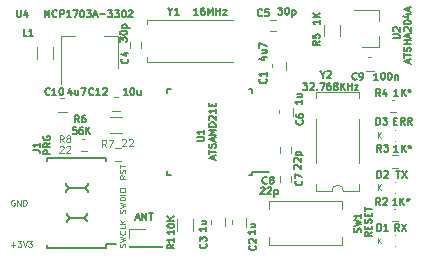
<source format=gto>
G04 #@! TF.GenerationSoftware,KiCad,Pcbnew,5.1.2-f72e74a~84~ubuntu16.04.1*
G04 #@! TF.CreationDate,2019-05-31T10:16:47+03:00*
G04 #@! TF.ProjectId,serial_gw_ATSAMD21E,73657269-616c-45f6-9777-5f415453414d,rev?*
G04 #@! TF.SameCoordinates,Original*
G04 #@! TF.FileFunction,Legend,Top*
G04 #@! TF.FilePolarity,Positive*
%FSLAX46Y46*%
G04 Gerber Fmt 4.6, Leading zero omitted, Abs format (unit mm)*
G04 Created by KiCad (PCBNEW 5.1.2-f72e74a~84~ubuntu16.04.1) date 2019-05-31 10:16:47*
%MOMM*%
%LPD*%
G04 APERTURE LIST*
%ADD10C,0.125000*%
%ADD11C,0.120000*%
%ADD12C,0.150000*%
%ADD13C,1.901140*%
%ADD14C,3.399740*%
%ADD15R,0.800000X1.000000*%
%ADD16R,1.000000X1.100000*%
%ADD17R,2.300000X1.700000*%
%ADD18R,1.400000X1.400000*%
%ADD19R,1.150000X1.600000*%
%ADD20R,0.900000X1.000000*%
%ADD21R,1.600000X1.150000*%
%ADD22R,1.000000X0.900000*%
%ADD23R,2.900000X1.670000*%
%ADD24R,1.300000X1.600000*%
%ADD25R,1.600000X1.300000*%
%ADD26R,2.400000X2.000000*%
%ADD27R,0.950000X2.000000*%
%ADD28R,2.000000X0.950000*%
%ADD29R,1.300000X1.200000*%
%ADD30C,1.150000*%
%ADD31C,0.100000*%
%ADD32R,2.400000X3.400000*%
%ADD33R,1.400000X1.900000*%
%ADD34R,3.900000X2.800000*%
G04 APERTURE END LIST*
D10*
X140369047Y-97726190D02*
X140369047Y-97226190D01*
X140654761Y-97726190D02*
X140440476Y-97440476D01*
X140654761Y-97226190D02*
X140369047Y-97511904D01*
X140369047Y-93226190D02*
X140369047Y-92726190D01*
X140654761Y-93226190D02*
X140440476Y-92940476D01*
X140654761Y-92726190D02*
X140369047Y-93011904D01*
X140369047Y-88826190D02*
X140369047Y-88326190D01*
X140654761Y-88826190D02*
X140440476Y-88540476D01*
X140654761Y-88326190D02*
X140369047Y-88611904D01*
X109319047Y-97835714D02*
X109700000Y-97835714D01*
X109509523Y-98026190D02*
X109509523Y-97645238D01*
X109890476Y-97526190D02*
X110200000Y-97526190D01*
X110033333Y-97716666D01*
X110104761Y-97716666D01*
X110152380Y-97740476D01*
X110176190Y-97764285D01*
X110200000Y-97811904D01*
X110200000Y-97930952D01*
X110176190Y-97978571D01*
X110152380Y-98002380D01*
X110104761Y-98026190D01*
X109961904Y-98026190D01*
X109914285Y-98002380D01*
X109890476Y-97978571D01*
X110342857Y-97526190D02*
X110509523Y-98026190D01*
X110676190Y-97526190D01*
X110795238Y-97526190D02*
X111104761Y-97526190D01*
X110938095Y-97716666D01*
X111009523Y-97716666D01*
X111057142Y-97740476D01*
X111080952Y-97764285D01*
X111104761Y-97811904D01*
X111104761Y-97930952D01*
X111080952Y-97978571D01*
X111057142Y-98002380D01*
X111009523Y-98026190D01*
X110866666Y-98026190D01*
X110819047Y-98002380D01*
X110795238Y-97978571D01*
X109619047Y-94050000D02*
X109571428Y-94026190D01*
X109500000Y-94026190D01*
X109428571Y-94050000D01*
X109380952Y-94097619D01*
X109357142Y-94145238D01*
X109333333Y-94240476D01*
X109333333Y-94311904D01*
X109357142Y-94407142D01*
X109380952Y-94454761D01*
X109428571Y-94502380D01*
X109500000Y-94526190D01*
X109547619Y-94526190D01*
X109619047Y-94502380D01*
X109642857Y-94478571D01*
X109642857Y-94311904D01*
X109547619Y-94311904D01*
X109857142Y-94526190D02*
X109857142Y-94026190D01*
X110142857Y-94526190D01*
X110142857Y-94026190D01*
X110380952Y-94526190D02*
X110380952Y-94026190D01*
X110500000Y-94026190D01*
X110571428Y-94050000D01*
X110619047Y-94097619D01*
X110642857Y-94145238D01*
X110666666Y-94240476D01*
X110666666Y-94311904D01*
X110642857Y-94407142D01*
X110619047Y-94454761D01*
X110571428Y-94502380D01*
X110500000Y-94526190D01*
X110380952Y-94526190D01*
X119002380Y-98030952D02*
X119026190Y-97959523D01*
X119026190Y-97840476D01*
X119002380Y-97792857D01*
X118978571Y-97769047D01*
X118930952Y-97745238D01*
X118883333Y-97745238D01*
X118835714Y-97769047D01*
X118811904Y-97792857D01*
X118788095Y-97840476D01*
X118764285Y-97935714D01*
X118740476Y-97983333D01*
X118716666Y-98007142D01*
X118669047Y-98030952D01*
X118621428Y-98030952D01*
X118573809Y-98007142D01*
X118550000Y-97983333D01*
X118526190Y-97935714D01*
X118526190Y-97816666D01*
X118550000Y-97745238D01*
X118526190Y-97578571D02*
X119026190Y-97459523D01*
X118669047Y-97364285D01*
X119026190Y-97269047D01*
X118526190Y-97150000D01*
X118978571Y-96673809D02*
X119002380Y-96697619D01*
X119026190Y-96769047D01*
X119026190Y-96816666D01*
X119002380Y-96888095D01*
X118954761Y-96935714D01*
X118907142Y-96959523D01*
X118811904Y-96983333D01*
X118740476Y-96983333D01*
X118645238Y-96959523D01*
X118597619Y-96935714D01*
X118550000Y-96888095D01*
X118526190Y-96816666D01*
X118526190Y-96769047D01*
X118550000Y-96697619D01*
X118573809Y-96673809D01*
X119026190Y-96221428D02*
X119026190Y-96459523D01*
X118526190Y-96459523D01*
X119026190Y-96054761D02*
X118526190Y-96054761D01*
X119026190Y-95769047D02*
X118740476Y-95983333D01*
X118526190Y-95769047D02*
X118811904Y-96054761D01*
X119026190Y-91973809D02*
X118788095Y-92140476D01*
X119026190Y-92259523D02*
X118526190Y-92259523D01*
X118526190Y-92069047D01*
X118550000Y-92021428D01*
X118573809Y-91997619D01*
X118621428Y-91973809D01*
X118692857Y-91973809D01*
X118740476Y-91997619D01*
X118764285Y-92021428D01*
X118788095Y-92069047D01*
X118788095Y-92259523D01*
X119002380Y-91783333D02*
X119026190Y-91711904D01*
X119026190Y-91592857D01*
X119002380Y-91545238D01*
X118978571Y-91521428D01*
X118930952Y-91497619D01*
X118883333Y-91497619D01*
X118835714Y-91521428D01*
X118811904Y-91545238D01*
X118788095Y-91592857D01*
X118764285Y-91688095D01*
X118740476Y-91735714D01*
X118716666Y-91759523D01*
X118669047Y-91783333D01*
X118621428Y-91783333D01*
X118573809Y-91759523D01*
X118550000Y-91735714D01*
X118526190Y-91688095D01*
X118526190Y-91569047D01*
X118550000Y-91497619D01*
X118526190Y-91354761D02*
X118526190Y-91069047D01*
X119026190Y-91211904D02*
X118526190Y-91211904D01*
X119002380Y-95159523D02*
X119026190Y-95088095D01*
X119026190Y-94969047D01*
X119002380Y-94921428D01*
X118978571Y-94897619D01*
X118930952Y-94873809D01*
X118883333Y-94873809D01*
X118835714Y-94897619D01*
X118811904Y-94921428D01*
X118788095Y-94969047D01*
X118764285Y-95064285D01*
X118740476Y-95111904D01*
X118716666Y-95135714D01*
X118669047Y-95159523D01*
X118621428Y-95159523D01*
X118573809Y-95135714D01*
X118550000Y-95111904D01*
X118526190Y-95064285D01*
X118526190Y-94945238D01*
X118550000Y-94873809D01*
X118526190Y-94707142D02*
X119026190Y-94588095D01*
X118669047Y-94492857D01*
X119026190Y-94397619D01*
X118526190Y-94278571D01*
X119026190Y-94088095D02*
X118526190Y-94088095D01*
X118526190Y-93969047D01*
X118550000Y-93897619D01*
X118597619Y-93850000D01*
X118645238Y-93826190D01*
X118740476Y-93802380D01*
X118811904Y-93802380D01*
X118907142Y-93826190D01*
X118954761Y-93850000D01*
X119002380Y-93897619D01*
X119026190Y-93969047D01*
X119026190Y-94088095D01*
X119026190Y-93588095D02*
X118526190Y-93588095D01*
X118526190Y-93254761D02*
X118526190Y-93159523D01*
X118550000Y-93111904D01*
X118597619Y-93064285D01*
X118692857Y-93040476D01*
X118859523Y-93040476D01*
X118954761Y-93064285D01*
X119002380Y-93111904D01*
X119026190Y-93159523D01*
X119026190Y-93254761D01*
X119002380Y-93302380D01*
X118954761Y-93350000D01*
X118859523Y-93373809D01*
X118692857Y-93373809D01*
X118597619Y-93350000D01*
X118550000Y-93302380D01*
X118526190Y-93254761D01*
D11*
X118150000Y-90730000D02*
X118650000Y-90730000D01*
X118650000Y-89670000D02*
X118150000Y-89670000D01*
X115750000Y-88870000D02*
X115250000Y-88870000D01*
X115250000Y-89930000D02*
X115750000Y-89930000D01*
X141450000Y-86630000D02*
X141950000Y-86630000D01*
X141950000Y-85570000D02*
X141450000Y-85570000D01*
X141600000Y-95830000D02*
X142100000Y-95830000D01*
X142100000Y-94770000D02*
X141600000Y-94770000D01*
X141600000Y-91330000D02*
X142100000Y-91330000D01*
X142100000Y-90270000D02*
X141600000Y-90270000D01*
X140900000Y-88150000D02*
X140900000Y-89050000D01*
X140900000Y-89050000D02*
X142350000Y-89050000D01*
X140900000Y-88150000D02*
X142350000Y-88150000D01*
X140900000Y-92550000D02*
X140900000Y-93450000D01*
X140900000Y-93450000D02*
X142350000Y-93450000D01*
X140900000Y-92550000D02*
X142350000Y-92550000D01*
X140900000Y-97050000D02*
X140900000Y-97950000D01*
X140900000Y-97950000D02*
X142350000Y-97950000D01*
X140900000Y-97050000D02*
X142350000Y-97050000D01*
X137500000Y-93300000D02*
G75*
G03X136500000Y-93300000I-500000J0D01*
G01*
X135200000Y-85500000D02*
X135200000Y-84900000D01*
X135200000Y-84900000D02*
X138800000Y-84900000D01*
X138800000Y-84900000D02*
X138800000Y-85500000D01*
X135200000Y-91000000D02*
X135200000Y-87200000D01*
X136500000Y-93300000D02*
X135200000Y-93300000D01*
X138800000Y-93300000D02*
X137500000Y-93300000D01*
X135200000Y-93300000D02*
X135200000Y-92700000D01*
X138800000Y-93300000D02*
X138800000Y-92700000D01*
X138800000Y-87200000D02*
X138800000Y-91000000D01*
X119310000Y-97935000D02*
X119310000Y-98055000D01*
X119310000Y-98055000D02*
X122090000Y-98055000D01*
X122090000Y-98055000D02*
X122090000Y-97935000D01*
X122090000Y-97935000D02*
X119310000Y-97935000D01*
X119310000Y-97300000D02*
X119310000Y-96545000D01*
X119310000Y-96545000D02*
X120700000Y-96545000D01*
X132000000Y-86950000D02*
X132000000Y-86250000D01*
X133200000Y-86250000D02*
X133200000Y-86950000D01*
X132130000Y-89600000D02*
X132130000Y-90100000D01*
X133070000Y-90100000D02*
X133070000Y-89600000D01*
X120370000Y-81200000D02*
X120370000Y-80700000D01*
X119430000Y-80700000D02*
X119430000Y-81200000D01*
X139400000Y-81900000D02*
X140100000Y-81900000D01*
X140100000Y-83100000D02*
X139400000Y-83100000D01*
X132600000Y-82350000D02*
X132600000Y-83050000D01*
X131400000Y-83050000D02*
X131400000Y-82350000D01*
X129240000Y-95610000D02*
X129240000Y-96310000D01*
X128040000Y-96310000D02*
X128040000Y-95610000D01*
X127430000Y-95590000D02*
X127430000Y-96290000D01*
X126230000Y-96290000D02*
X126230000Y-95590000D01*
X131800000Y-78830000D02*
X131300000Y-78830000D01*
X131300000Y-79770000D02*
X131800000Y-79770000D01*
X133070000Y-92500000D02*
X133070000Y-92000000D01*
X132130000Y-92000000D02*
X132130000Y-92500000D01*
X114050000Y-86600000D02*
X113350000Y-86600000D01*
X113350000Y-85400000D02*
X114050000Y-85400000D01*
X118600000Y-86500000D02*
X117900000Y-86500000D01*
X117900000Y-85300000D02*
X118600000Y-85300000D01*
D12*
X117360000Y-97800000D02*
X118260000Y-97800000D01*
X115560000Y-95600000D02*
X114260000Y-95600000D01*
X112360000Y-90490000D02*
X112360000Y-90770000D01*
X112360000Y-90490000D02*
X117360000Y-90490000D01*
X117360000Y-90490000D02*
X117360000Y-90770000D01*
X117360000Y-98110000D02*
X117360000Y-97830000D01*
X112360000Y-98110000D02*
X117360000Y-98110000D01*
X114060000Y-95951000D02*
X114060000Y-95824000D01*
X114060000Y-95824000D02*
X114314000Y-95570000D01*
X114314000Y-95570000D02*
X114060000Y-95316000D01*
X114060000Y-95316000D02*
X114060000Y-95189000D01*
X112360000Y-98110000D02*
X112360000Y-97830000D01*
X113960000Y-93411000D02*
X113960000Y-93284000D01*
X115760000Y-95189000D02*
X115760000Y-95316000D01*
X114214000Y-93030000D02*
X113960000Y-92776000D01*
X115506000Y-95570000D02*
X115760000Y-95824000D01*
X113960000Y-92776000D02*
X113960000Y-92649000D01*
X115760000Y-95824000D02*
X115760000Y-95951000D01*
X113960000Y-93284000D02*
X114214000Y-93030000D01*
X115760000Y-95316000D02*
X115506000Y-95570000D01*
X115860000Y-92649000D02*
X115860000Y-92776000D01*
X115860000Y-93284000D02*
X115860000Y-93411000D01*
X115606000Y-93030000D02*
X115860000Y-93284000D01*
X115860000Y-92776000D02*
X115606000Y-93030000D01*
X115560152Y-93030000D02*
X114258117Y-93030000D01*
D11*
X111520000Y-82100000D02*
X111520000Y-81100000D01*
X112880000Y-81100000D02*
X112880000Y-82100000D01*
X124780000Y-95700000D02*
X124780000Y-96700000D01*
X123420000Y-96700000D02*
X123420000Y-95700000D01*
X135820000Y-80200000D02*
X135820000Y-79200000D01*
X137180000Y-79200000D02*
X137180000Y-80200000D01*
X117700000Y-87020000D02*
X118700000Y-87020000D01*
X118700000Y-88380000D02*
X117700000Y-88380000D01*
X131200000Y-97850000D02*
X137400000Y-97850000D01*
X137400000Y-94150000D02*
X131200000Y-94150000D01*
X131200000Y-94150000D02*
X131200000Y-94800000D01*
X131200000Y-97200000D02*
X131200000Y-97850000D01*
X137400000Y-97850000D02*
X137400000Y-97200000D01*
X137400000Y-94150000D02*
X137400000Y-94800000D01*
D12*
X129775000Y-91700000D02*
X131200000Y-91700000D01*
X122525000Y-91925000D02*
X122850000Y-91925000D01*
X122525000Y-84675000D02*
X122850000Y-84675000D01*
X129775000Y-84675000D02*
X129450000Y-84675000D01*
X129775000Y-91925000D02*
X129450000Y-91925000D01*
X129775000Y-84675000D02*
X129775000Y-85000000D01*
X122525000Y-84675000D02*
X122525000Y-85000000D01*
X122525000Y-91925000D02*
X122525000Y-91600000D01*
X129775000Y-91925000D02*
X129775000Y-91700000D01*
D11*
X140510000Y-81130000D02*
X139050000Y-81130000D01*
X140510000Y-77970000D02*
X138350000Y-77970000D01*
X140510000Y-77970000D02*
X140510000Y-78900000D01*
X140510000Y-81130000D02*
X140510000Y-80200000D01*
X113600000Y-80200000D02*
X114800000Y-80200000D01*
X113600000Y-84200000D02*
X113600000Y-80200000D01*
X118400000Y-80200000D02*
X118400000Y-82900000D01*
X117200000Y-80200000D02*
X118400000Y-80200000D01*
X120850000Y-82400000D02*
X128100000Y-82400000D01*
X120850000Y-78800000D02*
X120850000Y-82400000D01*
X128100000Y-78800000D02*
X120850000Y-78800000D01*
X117400000Y-89571428D02*
X117200000Y-89285714D01*
X117057142Y-89571428D02*
X117057142Y-88971428D01*
X117285714Y-88971428D01*
X117342857Y-89000000D01*
X117371428Y-89028571D01*
X117400000Y-89085714D01*
X117400000Y-89171428D01*
X117371428Y-89228571D01*
X117342857Y-89257142D01*
X117285714Y-89285714D01*
X117057142Y-89285714D01*
X117600000Y-88971428D02*
X118000000Y-88971428D01*
X117742857Y-89571428D01*
X118742857Y-88928571D02*
X118771428Y-88900000D01*
X118828571Y-88871428D01*
X118971428Y-88871428D01*
X119028571Y-88900000D01*
X119057142Y-88928571D01*
X119085714Y-88985714D01*
X119085714Y-89042857D01*
X119057142Y-89128571D01*
X118714285Y-89471428D01*
X119085714Y-89471428D01*
X119314285Y-88928571D02*
X119342857Y-88900000D01*
X119400000Y-88871428D01*
X119542857Y-88871428D01*
X119600000Y-88900000D01*
X119628571Y-88928571D01*
X119657142Y-88985714D01*
X119657142Y-89042857D01*
X119628571Y-89128571D01*
X119285714Y-89471428D01*
X119657142Y-89471428D01*
X113800000Y-89171428D02*
X113600000Y-88885714D01*
X113457142Y-89171428D02*
X113457142Y-88571428D01*
X113685714Y-88571428D01*
X113742857Y-88600000D01*
X113771428Y-88628571D01*
X113800000Y-88685714D01*
X113800000Y-88771428D01*
X113771428Y-88828571D01*
X113742857Y-88857142D01*
X113685714Y-88885714D01*
X113457142Y-88885714D01*
X114142857Y-88828571D02*
X114085714Y-88800000D01*
X114057142Y-88771428D01*
X114028571Y-88714285D01*
X114028571Y-88685714D01*
X114057142Y-88628571D01*
X114085714Y-88600000D01*
X114142857Y-88571428D01*
X114257142Y-88571428D01*
X114314285Y-88600000D01*
X114342857Y-88628571D01*
X114371428Y-88685714D01*
X114371428Y-88714285D01*
X114342857Y-88771428D01*
X114314285Y-88800000D01*
X114257142Y-88828571D01*
X114142857Y-88828571D01*
X114085714Y-88857142D01*
X114057142Y-88885714D01*
X114028571Y-88942857D01*
X114028571Y-89057142D01*
X114057142Y-89114285D01*
X114085714Y-89142857D01*
X114142857Y-89171428D01*
X114257142Y-89171428D01*
X114314285Y-89142857D01*
X114342857Y-89114285D01*
X114371428Y-89057142D01*
X114371428Y-88942857D01*
X114342857Y-88885714D01*
X114314285Y-88857142D01*
X114257142Y-88828571D01*
X113442857Y-89528571D02*
X113471428Y-89500000D01*
X113528571Y-89471428D01*
X113671428Y-89471428D01*
X113728571Y-89500000D01*
X113757142Y-89528571D01*
X113785714Y-89585714D01*
X113785714Y-89642857D01*
X113757142Y-89728571D01*
X113414285Y-90071428D01*
X113785714Y-90071428D01*
X114014285Y-89528571D02*
X114042857Y-89500000D01*
X114100000Y-89471428D01*
X114242857Y-89471428D01*
X114300000Y-89500000D01*
X114328571Y-89528571D01*
X114357142Y-89585714D01*
X114357142Y-89642857D01*
X114328571Y-89728571D01*
X113985714Y-90071428D01*
X114357142Y-90071428D01*
D12*
X140600000Y-85271428D02*
X140400000Y-84985714D01*
X140257142Y-85271428D02*
X140257142Y-84671428D01*
X140485714Y-84671428D01*
X140542857Y-84700000D01*
X140571428Y-84728571D01*
X140600000Y-84785714D01*
X140600000Y-84871428D01*
X140571428Y-84928571D01*
X140542857Y-84957142D01*
X140485714Y-84985714D01*
X140257142Y-84985714D01*
X141114285Y-84871428D02*
X141114285Y-85271428D01*
X140971428Y-84642857D02*
X140828571Y-85071428D01*
X141200000Y-85071428D01*
X142142857Y-85271428D02*
X141800000Y-85271428D01*
X141971428Y-85271428D02*
X141971428Y-84671428D01*
X141914285Y-84757142D01*
X141857142Y-84814285D01*
X141800000Y-84842857D01*
X142400000Y-85271428D02*
X142400000Y-84671428D01*
X142742857Y-85271428D02*
X142485714Y-84928571D01*
X142742857Y-84671428D02*
X142400000Y-85014285D01*
X143085714Y-84671428D02*
X143085714Y-84814285D01*
X142942857Y-84757142D02*
X143085714Y-84814285D01*
X143228571Y-84757142D01*
X143000000Y-84928571D02*
X143085714Y-84814285D01*
X143171428Y-84928571D01*
X140600000Y-94471428D02*
X140400000Y-94185714D01*
X140257142Y-94471428D02*
X140257142Y-93871428D01*
X140485714Y-93871428D01*
X140542857Y-93900000D01*
X140571428Y-93928571D01*
X140600000Y-93985714D01*
X140600000Y-94071428D01*
X140571428Y-94128571D01*
X140542857Y-94157142D01*
X140485714Y-94185714D01*
X140257142Y-94185714D01*
X140828571Y-93928571D02*
X140857142Y-93900000D01*
X140914285Y-93871428D01*
X141057142Y-93871428D01*
X141114285Y-93900000D01*
X141142857Y-93928571D01*
X141171428Y-93985714D01*
X141171428Y-94042857D01*
X141142857Y-94128571D01*
X140800000Y-94471428D01*
X141171428Y-94471428D01*
X142042857Y-94471428D02*
X141700000Y-94471428D01*
X141871428Y-94471428D02*
X141871428Y-93871428D01*
X141814285Y-93957142D01*
X141757142Y-94014285D01*
X141700000Y-94042857D01*
X142300000Y-94471428D02*
X142300000Y-93871428D01*
X142642857Y-94471428D02*
X142385714Y-94128571D01*
X142642857Y-93871428D02*
X142300000Y-94214285D01*
X142985714Y-93871428D02*
X142985714Y-94014285D01*
X142842857Y-93957142D02*
X142985714Y-94014285D01*
X143128571Y-93957142D01*
X142900000Y-94128571D02*
X142985714Y-94014285D01*
X143071428Y-94128571D01*
X140700000Y-89971428D02*
X140500000Y-89685714D01*
X140357142Y-89971428D02*
X140357142Y-89371428D01*
X140585714Y-89371428D01*
X140642857Y-89400000D01*
X140671428Y-89428571D01*
X140700000Y-89485714D01*
X140700000Y-89571428D01*
X140671428Y-89628571D01*
X140642857Y-89657142D01*
X140585714Y-89685714D01*
X140357142Y-89685714D01*
X140900000Y-89371428D02*
X141271428Y-89371428D01*
X141071428Y-89600000D01*
X141157142Y-89600000D01*
X141214285Y-89628571D01*
X141242857Y-89657142D01*
X141271428Y-89714285D01*
X141271428Y-89857142D01*
X141242857Y-89914285D01*
X141214285Y-89942857D01*
X141157142Y-89971428D01*
X140985714Y-89971428D01*
X140928571Y-89942857D01*
X140900000Y-89914285D01*
X142142857Y-89971428D02*
X141800000Y-89971428D01*
X141971428Y-89971428D02*
X141971428Y-89371428D01*
X141914285Y-89457142D01*
X141857142Y-89514285D01*
X141800000Y-89542857D01*
X142400000Y-89971428D02*
X142400000Y-89371428D01*
X142742857Y-89971428D02*
X142485714Y-89628571D01*
X142742857Y-89371428D02*
X142400000Y-89714285D01*
X143085714Y-89371428D02*
X143085714Y-89514285D01*
X142942857Y-89457142D02*
X143085714Y-89514285D01*
X143228571Y-89457142D01*
X143000000Y-89628571D02*
X143085714Y-89514285D01*
X143171428Y-89628571D01*
X140257142Y-87671428D02*
X140257142Y-87071428D01*
X140400000Y-87071428D01*
X140485714Y-87100000D01*
X140542857Y-87157142D01*
X140571428Y-87214285D01*
X140600000Y-87328571D01*
X140600000Y-87414285D01*
X140571428Y-87528571D01*
X140542857Y-87585714D01*
X140485714Y-87642857D01*
X140400000Y-87671428D01*
X140257142Y-87671428D01*
X140800000Y-87071428D02*
X141171428Y-87071428D01*
X140971428Y-87300000D01*
X141057142Y-87300000D01*
X141114285Y-87328571D01*
X141142857Y-87357142D01*
X141171428Y-87414285D01*
X141171428Y-87557142D01*
X141142857Y-87614285D01*
X141114285Y-87642857D01*
X141057142Y-87671428D01*
X140885714Y-87671428D01*
X140828571Y-87642857D01*
X140800000Y-87614285D01*
X141771428Y-87357142D02*
X141971428Y-87357142D01*
X142057142Y-87671428D02*
X141771428Y-87671428D01*
X141771428Y-87071428D01*
X142057142Y-87071428D01*
X142657142Y-87671428D02*
X142457142Y-87385714D01*
X142314285Y-87671428D02*
X142314285Y-87071428D01*
X142542857Y-87071428D01*
X142600000Y-87100000D01*
X142628571Y-87128571D01*
X142657142Y-87185714D01*
X142657142Y-87271428D01*
X142628571Y-87328571D01*
X142600000Y-87357142D01*
X142542857Y-87385714D01*
X142314285Y-87385714D01*
X143257142Y-87671428D02*
X143057142Y-87385714D01*
X142914285Y-87671428D02*
X142914285Y-87071428D01*
X143142857Y-87071428D01*
X143200000Y-87100000D01*
X143228571Y-87128571D01*
X143257142Y-87185714D01*
X143257142Y-87271428D01*
X143228571Y-87328571D01*
X143200000Y-87357142D01*
X143142857Y-87385714D01*
X142914285Y-87385714D01*
X140357142Y-92171428D02*
X140357142Y-91571428D01*
X140500000Y-91571428D01*
X140585714Y-91600000D01*
X140642857Y-91657142D01*
X140671428Y-91714285D01*
X140700000Y-91828571D01*
X140700000Y-91914285D01*
X140671428Y-92028571D01*
X140642857Y-92085714D01*
X140585714Y-92142857D01*
X140500000Y-92171428D01*
X140357142Y-92171428D01*
X140928571Y-91628571D02*
X140957142Y-91600000D01*
X141014285Y-91571428D01*
X141157142Y-91571428D01*
X141214285Y-91600000D01*
X141242857Y-91628571D01*
X141271428Y-91685714D01*
X141271428Y-91742857D01*
X141242857Y-91828571D01*
X140900000Y-92171428D01*
X141271428Y-92171428D01*
X141942857Y-91571428D02*
X142285714Y-91571428D01*
X142114285Y-92171428D02*
X142114285Y-91571428D01*
X142428571Y-91571428D02*
X142828571Y-92171428D01*
X142828571Y-91571428D02*
X142428571Y-92171428D01*
X140357142Y-96671428D02*
X140357142Y-96071428D01*
X140500000Y-96071428D01*
X140585714Y-96100000D01*
X140642857Y-96157142D01*
X140671428Y-96214285D01*
X140700000Y-96328571D01*
X140700000Y-96414285D01*
X140671428Y-96528571D01*
X140642857Y-96585714D01*
X140585714Y-96642857D01*
X140500000Y-96671428D01*
X140357142Y-96671428D01*
X141271428Y-96671428D02*
X140928571Y-96671428D01*
X141100000Y-96671428D02*
X141100000Y-96071428D01*
X141042857Y-96157142D01*
X140985714Y-96214285D01*
X140928571Y-96242857D01*
X142200000Y-96671428D02*
X142000000Y-96385714D01*
X141857142Y-96671428D02*
X141857142Y-96071428D01*
X142085714Y-96071428D01*
X142142857Y-96100000D01*
X142171428Y-96128571D01*
X142200000Y-96185714D01*
X142200000Y-96271428D01*
X142171428Y-96328571D01*
X142142857Y-96357142D01*
X142085714Y-96385714D01*
X141857142Y-96385714D01*
X142400000Y-96071428D02*
X142800000Y-96671428D01*
X142800000Y-96071428D02*
X142400000Y-96671428D01*
X135731285Y-83424714D02*
X135731285Y-83710428D01*
X135531285Y-83110428D02*
X135731285Y-83424714D01*
X135931285Y-83110428D01*
X136102714Y-83167571D02*
X136131285Y-83139000D01*
X136188428Y-83110428D01*
X136331285Y-83110428D01*
X136388428Y-83139000D01*
X136417000Y-83167571D01*
X136445571Y-83224714D01*
X136445571Y-83281857D01*
X136417000Y-83367571D01*
X136074142Y-83710428D01*
X136445571Y-83710428D01*
X134055142Y-84126428D02*
X134426571Y-84126428D01*
X134226571Y-84355000D01*
X134312285Y-84355000D01*
X134369428Y-84383571D01*
X134398000Y-84412142D01*
X134426571Y-84469285D01*
X134426571Y-84612142D01*
X134398000Y-84669285D01*
X134369428Y-84697857D01*
X134312285Y-84726428D01*
X134140857Y-84726428D01*
X134083714Y-84697857D01*
X134055142Y-84669285D01*
X134655142Y-84183571D02*
X134683714Y-84155000D01*
X134740857Y-84126428D01*
X134883714Y-84126428D01*
X134940857Y-84155000D01*
X134969428Y-84183571D01*
X134998000Y-84240714D01*
X134998000Y-84297857D01*
X134969428Y-84383571D01*
X134626571Y-84726428D01*
X134998000Y-84726428D01*
X135255142Y-84669285D02*
X135283714Y-84697857D01*
X135255142Y-84726428D01*
X135226571Y-84697857D01*
X135255142Y-84669285D01*
X135255142Y-84726428D01*
X135483714Y-84126428D02*
X135883714Y-84126428D01*
X135626571Y-84726428D01*
X136369428Y-84126428D02*
X136255142Y-84126428D01*
X136198000Y-84155000D01*
X136169428Y-84183571D01*
X136112285Y-84269285D01*
X136083714Y-84383571D01*
X136083714Y-84612142D01*
X136112285Y-84669285D01*
X136140857Y-84697857D01*
X136198000Y-84726428D01*
X136312285Y-84726428D01*
X136369428Y-84697857D01*
X136398000Y-84669285D01*
X136426571Y-84612142D01*
X136426571Y-84469285D01*
X136398000Y-84412142D01*
X136369428Y-84383571D01*
X136312285Y-84355000D01*
X136198000Y-84355000D01*
X136140857Y-84383571D01*
X136112285Y-84412142D01*
X136083714Y-84469285D01*
X136769428Y-84383571D02*
X136712285Y-84355000D01*
X136683714Y-84326428D01*
X136655142Y-84269285D01*
X136655142Y-84240714D01*
X136683714Y-84183571D01*
X136712285Y-84155000D01*
X136769428Y-84126428D01*
X136883714Y-84126428D01*
X136940857Y-84155000D01*
X136969428Y-84183571D01*
X136998000Y-84240714D01*
X136998000Y-84269285D01*
X136969428Y-84326428D01*
X136940857Y-84355000D01*
X136883714Y-84383571D01*
X136769428Y-84383571D01*
X136712285Y-84412142D01*
X136683714Y-84440714D01*
X136655142Y-84497857D01*
X136655142Y-84612142D01*
X136683714Y-84669285D01*
X136712285Y-84697857D01*
X136769428Y-84726428D01*
X136883714Y-84726428D01*
X136940857Y-84697857D01*
X136969428Y-84669285D01*
X136998000Y-84612142D01*
X136998000Y-84497857D01*
X136969428Y-84440714D01*
X136940857Y-84412142D01*
X136883714Y-84383571D01*
X137255142Y-84726428D02*
X137255142Y-84126428D01*
X137598000Y-84726428D02*
X137340857Y-84383571D01*
X137598000Y-84126428D02*
X137255142Y-84469285D01*
X137855142Y-84726428D02*
X137855142Y-84126428D01*
X137855142Y-84412142D02*
X138198000Y-84412142D01*
X138198000Y-84726428D02*
X138198000Y-84126428D01*
X138426571Y-84326428D02*
X138740857Y-84326428D01*
X138426571Y-84726428D01*
X138740857Y-84726428D01*
X119914285Y-95600000D02*
X120200000Y-95600000D01*
X119857142Y-95771428D02*
X120057142Y-95171428D01*
X120257142Y-95771428D01*
X120457142Y-95771428D02*
X120457142Y-95171428D01*
X120800000Y-95771428D01*
X120800000Y-95171428D01*
X121000000Y-95171428D02*
X121342857Y-95171428D01*
X121171428Y-95771428D02*
X121171428Y-95171428D01*
X134014285Y-87300000D02*
X134042857Y-87328571D01*
X134071428Y-87414285D01*
X134071428Y-87471428D01*
X134042857Y-87557142D01*
X133985714Y-87614285D01*
X133928571Y-87642857D01*
X133814285Y-87671428D01*
X133728571Y-87671428D01*
X133614285Y-87642857D01*
X133557142Y-87614285D01*
X133500000Y-87557142D01*
X133471428Y-87471428D01*
X133471428Y-87414285D01*
X133500000Y-87328571D01*
X133528571Y-87300000D01*
X133471428Y-86785714D02*
X133471428Y-86900000D01*
X133500000Y-86957142D01*
X133528571Y-86985714D01*
X133614285Y-87042857D01*
X133728571Y-87071428D01*
X133957142Y-87071428D01*
X134014285Y-87042857D01*
X134042857Y-87014285D01*
X134071428Y-86957142D01*
X134071428Y-86842857D01*
X134042857Y-86785714D01*
X134014285Y-86757142D01*
X133957142Y-86728571D01*
X133814285Y-86728571D01*
X133757142Y-86757142D01*
X133728571Y-86785714D01*
X133700000Y-86842857D01*
X133700000Y-86957142D01*
X133728571Y-87014285D01*
X133757142Y-87042857D01*
X133814285Y-87071428D01*
X133971428Y-85600000D02*
X133971428Y-85942857D01*
X133971428Y-85771428D02*
X133371428Y-85771428D01*
X133457142Y-85828571D01*
X133514285Y-85885714D01*
X133542857Y-85942857D01*
X133571428Y-85085714D02*
X133971428Y-85085714D01*
X133571428Y-85342857D02*
X133885714Y-85342857D01*
X133942857Y-85314285D01*
X133971428Y-85257142D01*
X133971428Y-85171428D01*
X133942857Y-85114285D01*
X133914285Y-85085714D01*
X133945285Y-92429000D02*
X133973857Y-92457571D01*
X134002428Y-92543285D01*
X134002428Y-92600428D01*
X133973857Y-92686142D01*
X133916714Y-92743285D01*
X133859571Y-92771857D01*
X133745285Y-92800428D01*
X133659571Y-92800428D01*
X133545285Y-92771857D01*
X133488142Y-92743285D01*
X133431000Y-92686142D01*
X133402428Y-92600428D01*
X133402428Y-92543285D01*
X133431000Y-92457571D01*
X133459571Y-92429000D01*
X133402428Y-92229000D02*
X133402428Y-91829000D01*
X134002428Y-92086142D01*
X133332571Y-91406571D02*
X133304000Y-91378000D01*
X133275428Y-91320857D01*
X133275428Y-91178000D01*
X133304000Y-91120857D01*
X133332571Y-91092285D01*
X133389714Y-91063714D01*
X133446857Y-91063714D01*
X133532571Y-91092285D01*
X133875428Y-91435142D01*
X133875428Y-91063714D01*
X133332571Y-90835142D02*
X133304000Y-90806571D01*
X133275428Y-90749428D01*
X133275428Y-90606571D01*
X133304000Y-90549428D01*
X133332571Y-90520857D01*
X133389714Y-90492285D01*
X133446857Y-90492285D01*
X133532571Y-90520857D01*
X133875428Y-90863714D01*
X133875428Y-90492285D01*
X133475428Y-90235142D02*
X134075428Y-90235142D01*
X133504000Y-90235142D02*
X133475428Y-90178000D01*
X133475428Y-90063714D01*
X133504000Y-90006571D01*
X133532571Y-89978000D01*
X133589714Y-89949428D01*
X133761142Y-89949428D01*
X133818285Y-89978000D01*
X133846857Y-90006571D01*
X133875428Y-90063714D01*
X133875428Y-90178000D01*
X133846857Y-90235142D01*
X119214285Y-82100000D02*
X119242857Y-82128571D01*
X119271428Y-82214285D01*
X119271428Y-82271428D01*
X119242857Y-82357142D01*
X119185714Y-82414285D01*
X119128571Y-82442857D01*
X119014285Y-82471428D01*
X118928571Y-82471428D01*
X118814285Y-82442857D01*
X118757142Y-82414285D01*
X118700000Y-82357142D01*
X118671428Y-82271428D01*
X118671428Y-82214285D01*
X118700000Y-82128571D01*
X118728571Y-82100000D01*
X118871428Y-81585714D02*
X119271428Y-81585714D01*
X118642857Y-81728571D02*
X119071428Y-81871428D01*
X119071428Y-81500000D01*
X118571428Y-80657142D02*
X118571428Y-80285714D01*
X118800000Y-80485714D01*
X118800000Y-80400000D01*
X118828571Y-80342857D01*
X118857142Y-80314285D01*
X118914285Y-80285714D01*
X119057142Y-80285714D01*
X119114285Y-80314285D01*
X119142857Y-80342857D01*
X119171428Y-80400000D01*
X119171428Y-80571428D01*
X119142857Y-80628571D01*
X119114285Y-80657142D01*
X118571428Y-79914285D02*
X118571428Y-79857142D01*
X118600000Y-79800000D01*
X118628571Y-79771428D01*
X118685714Y-79742857D01*
X118800000Y-79714285D01*
X118942857Y-79714285D01*
X119057142Y-79742857D01*
X119114285Y-79771428D01*
X119142857Y-79800000D01*
X119171428Y-79857142D01*
X119171428Y-79914285D01*
X119142857Y-79971428D01*
X119114285Y-80000000D01*
X119057142Y-80028571D01*
X118942857Y-80057142D01*
X118800000Y-80057142D01*
X118685714Y-80028571D01*
X118628571Y-80000000D01*
X118600000Y-79971428D01*
X118571428Y-79914285D01*
X118771428Y-79457142D02*
X119371428Y-79457142D01*
X118800000Y-79457142D02*
X118771428Y-79400000D01*
X118771428Y-79285714D01*
X118800000Y-79228571D01*
X118828571Y-79200000D01*
X118885714Y-79171428D01*
X119057142Y-79171428D01*
X119114285Y-79200000D01*
X119142857Y-79228571D01*
X119171428Y-79285714D01*
X119171428Y-79400000D01*
X119142857Y-79457142D01*
X138600000Y-83814285D02*
X138571428Y-83842857D01*
X138485714Y-83871428D01*
X138428571Y-83871428D01*
X138342857Y-83842857D01*
X138285714Y-83785714D01*
X138257142Y-83728571D01*
X138228571Y-83614285D01*
X138228571Y-83528571D01*
X138257142Y-83414285D01*
X138285714Y-83357142D01*
X138342857Y-83300000D01*
X138428571Y-83271428D01*
X138485714Y-83271428D01*
X138571428Y-83300000D01*
X138600000Y-83328571D01*
X138885714Y-83871428D02*
X139000000Y-83871428D01*
X139057142Y-83842857D01*
X139085714Y-83814285D01*
X139142857Y-83728571D01*
X139171428Y-83614285D01*
X139171428Y-83385714D01*
X139142857Y-83328571D01*
X139114285Y-83300000D01*
X139057142Y-83271428D01*
X138942857Y-83271428D01*
X138885714Y-83300000D01*
X138857142Y-83328571D01*
X138828571Y-83385714D01*
X138828571Y-83528571D01*
X138857142Y-83585714D01*
X138885714Y-83614285D01*
X138942857Y-83642857D01*
X139057142Y-83642857D01*
X139114285Y-83614285D01*
X139142857Y-83585714D01*
X139171428Y-83528571D01*
X140428571Y-83871428D02*
X140085714Y-83871428D01*
X140257142Y-83871428D02*
X140257142Y-83271428D01*
X140200000Y-83357142D01*
X140142857Y-83414285D01*
X140085714Y-83442857D01*
X140800000Y-83271428D02*
X140857142Y-83271428D01*
X140914285Y-83300000D01*
X140942857Y-83328571D01*
X140971428Y-83385714D01*
X141000000Y-83500000D01*
X141000000Y-83642857D01*
X140971428Y-83757142D01*
X140942857Y-83814285D01*
X140914285Y-83842857D01*
X140857142Y-83871428D01*
X140800000Y-83871428D01*
X140742857Y-83842857D01*
X140714285Y-83814285D01*
X140685714Y-83757142D01*
X140657142Y-83642857D01*
X140657142Y-83500000D01*
X140685714Y-83385714D01*
X140714285Y-83328571D01*
X140742857Y-83300000D01*
X140800000Y-83271428D01*
X141371428Y-83271428D02*
X141428571Y-83271428D01*
X141485714Y-83300000D01*
X141514285Y-83328571D01*
X141542857Y-83385714D01*
X141571428Y-83500000D01*
X141571428Y-83642857D01*
X141542857Y-83757142D01*
X141514285Y-83814285D01*
X141485714Y-83842857D01*
X141428571Y-83871428D01*
X141371428Y-83871428D01*
X141314285Y-83842857D01*
X141285714Y-83814285D01*
X141257142Y-83757142D01*
X141228571Y-83642857D01*
X141228571Y-83500000D01*
X141257142Y-83385714D01*
X141285714Y-83328571D01*
X141314285Y-83300000D01*
X141371428Y-83271428D01*
X141828571Y-83471428D02*
X141828571Y-83871428D01*
X141828571Y-83528571D02*
X141857142Y-83500000D01*
X141914285Y-83471428D01*
X142000000Y-83471428D01*
X142057142Y-83500000D01*
X142085714Y-83557142D01*
X142085714Y-83871428D01*
X130914285Y-83800000D02*
X130942857Y-83828571D01*
X130971428Y-83914285D01*
X130971428Y-83971428D01*
X130942857Y-84057142D01*
X130885714Y-84114285D01*
X130828571Y-84142857D01*
X130714285Y-84171428D01*
X130628571Y-84171428D01*
X130514285Y-84142857D01*
X130457142Y-84114285D01*
X130400000Y-84057142D01*
X130371428Y-83971428D01*
X130371428Y-83914285D01*
X130400000Y-83828571D01*
X130428571Y-83800000D01*
X130971428Y-83228571D02*
X130971428Y-83571428D01*
X130971428Y-83400000D02*
X130371428Y-83400000D01*
X130457142Y-83457142D01*
X130514285Y-83514285D01*
X130542857Y-83571428D01*
X130571428Y-81942857D02*
X130971428Y-81942857D01*
X130342857Y-82085714D02*
X130771428Y-82228571D01*
X130771428Y-81857142D01*
X130571428Y-81371428D02*
X130971428Y-81371428D01*
X130571428Y-81628571D02*
X130885714Y-81628571D01*
X130942857Y-81600000D01*
X130971428Y-81542857D01*
X130971428Y-81457142D01*
X130942857Y-81400000D01*
X130914285Y-81371428D01*
X130371428Y-81142857D02*
X130371428Y-80742857D01*
X130971428Y-81000000D01*
X130034285Y-97910000D02*
X130062857Y-97938571D01*
X130091428Y-98024285D01*
X130091428Y-98081428D01*
X130062857Y-98167142D01*
X130005714Y-98224285D01*
X129948571Y-98252857D01*
X129834285Y-98281428D01*
X129748571Y-98281428D01*
X129634285Y-98252857D01*
X129577142Y-98224285D01*
X129520000Y-98167142D01*
X129491428Y-98081428D01*
X129491428Y-98024285D01*
X129520000Y-97938571D01*
X129548571Y-97910000D01*
X129548571Y-97681428D02*
X129520000Y-97652857D01*
X129491428Y-97595714D01*
X129491428Y-97452857D01*
X129520000Y-97395714D01*
X129548571Y-97367142D01*
X129605714Y-97338571D01*
X129662857Y-97338571D01*
X129748571Y-97367142D01*
X130091428Y-97710000D01*
X130091428Y-97338571D01*
X130021428Y-96600000D02*
X130021428Y-96942857D01*
X130021428Y-96771428D02*
X129421428Y-96771428D01*
X129507142Y-96828571D01*
X129564285Y-96885714D01*
X129592857Y-96942857D01*
X129621428Y-96085714D02*
X130021428Y-96085714D01*
X129621428Y-96342857D02*
X129935714Y-96342857D01*
X129992857Y-96314285D01*
X130021428Y-96257142D01*
X130021428Y-96171428D01*
X129992857Y-96114285D01*
X129964285Y-96085714D01*
X125854285Y-97750000D02*
X125882857Y-97778571D01*
X125911428Y-97864285D01*
X125911428Y-97921428D01*
X125882857Y-98007142D01*
X125825714Y-98064285D01*
X125768571Y-98092857D01*
X125654285Y-98121428D01*
X125568571Y-98121428D01*
X125454285Y-98092857D01*
X125397142Y-98064285D01*
X125340000Y-98007142D01*
X125311428Y-97921428D01*
X125311428Y-97864285D01*
X125340000Y-97778571D01*
X125368571Y-97750000D01*
X125311428Y-97550000D02*
X125311428Y-97178571D01*
X125540000Y-97378571D01*
X125540000Y-97292857D01*
X125568571Y-97235714D01*
X125597142Y-97207142D01*
X125654285Y-97178571D01*
X125797142Y-97178571D01*
X125854285Y-97207142D01*
X125882857Y-97235714D01*
X125911428Y-97292857D01*
X125911428Y-97464285D01*
X125882857Y-97521428D01*
X125854285Y-97550000D01*
X125871428Y-96340000D02*
X125871428Y-96682857D01*
X125871428Y-96511428D02*
X125271428Y-96511428D01*
X125357142Y-96568571D01*
X125414285Y-96625714D01*
X125442857Y-96682857D01*
X125471428Y-95825714D02*
X125871428Y-95825714D01*
X125471428Y-96082857D02*
X125785714Y-96082857D01*
X125842857Y-96054285D01*
X125871428Y-95997142D01*
X125871428Y-95911428D01*
X125842857Y-95854285D01*
X125814285Y-95825714D01*
X130600000Y-78414285D02*
X130571428Y-78442857D01*
X130485714Y-78471428D01*
X130428571Y-78471428D01*
X130342857Y-78442857D01*
X130285714Y-78385714D01*
X130257142Y-78328571D01*
X130228571Y-78214285D01*
X130228571Y-78128571D01*
X130257142Y-78014285D01*
X130285714Y-77957142D01*
X130342857Y-77900000D01*
X130428571Y-77871428D01*
X130485714Y-77871428D01*
X130571428Y-77900000D01*
X130600000Y-77928571D01*
X131142857Y-77871428D02*
X130857142Y-77871428D01*
X130828571Y-78157142D01*
X130857142Y-78128571D01*
X130914285Y-78100000D01*
X131057142Y-78100000D01*
X131114285Y-78128571D01*
X131142857Y-78157142D01*
X131171428Y-78214285D01*
X131171428Y-78357142D01*
X131142857Y-78414285D01*
X131114285Y-78442857D01*
X131057142Y-78471428D01*
X130914285Y-78471428D01*
X130857142Y-78442857D01*
X130828571Y-78414285D01*
X131942857Y-77771428D02*
X132314285Y-77771428D01*
X132114285Y-78000000D01*
X132200000Y-78000000D01*
X132257142Y-78028571D01*
X132285714Y-78057142D01*
X132314285Y-78114285D01*
X132314285Y-78257142D01*
X132285714Y-78314285D01*
X132257142Y-78342857D01*
X132200000Y-78371428D01*
X132028571Y-78371428D01*
X131971428Y-78342857D01*
X131942857Y-78314285D01*
X132685714Y-77771428D02*
X132742857Y-77771428D01*
X132800000Y-77800000D01*
X132828571Y-77828571D01*
X132857142Y-77885714D01*
X132885714Y-78000000D01*
X132885714Y-78142857D01*
X132857142Y-78257142D01*
X132828571Y-78314285D01*
X132800000Y-78342857D01*
X132742857Y-78371428D01*
X132685714Y-78371428D01*
X132628571Y-78342857D01*
X132600000Y-78314285D01*
X132571428Y-78257142D01*
X132542857Y-78142857D01*
X132542857Y-78000000D01*
X132571428Y-77885714D01*
X132600000Y-77828571D01*
X132628571Y-77800000D01*
X132685714Y-77771428D01*
X133142857Y-77971428D02*
X133142857Y-78571428D01*
X133142857Y-78000000D02*
X133200000Y-77971428D01*
X133314285Y-77971428D01*
X133371428Y-78000000D01*
X133400000Y-78028571D01*
X133428571Y-78085714D01*
X133428571Y-78257142D01*
X133400000Y-78314285D01*
X133371428Y-78342857D01*
X133314285Y-78371428D01*
X133200000Y-78371428D01*
X133142857Y-78342857D01*
X131000000Y-92614285D02*
X130971428Y-92642857D01*
X130885714Y-92671428D01*
X130828571Y-92671428D01*
X130742857Y-92642857D01*
X130685714Y-92585714D01*
X130657142Y-92528571D01*
X130628571Y-92414285D01*
X130628571Y-92328571D01*
X130657142Y-92214285D01*
X130685714Y-92157142D01*
X130742857Y-92100000D01*
X130828571Y-92071428D01*
X130885714Y-92071428D01*
X130971428Y-92100000D01*
X131000000Y-92128571D01*
X131342857Y-92328571D02*
X131285714Y-92300000D01*
X131257142Y-92271428D01*
X131228571Y-92214285D01*
X131228571Y-92185714D01*
X131257142Y-92128571D01*
X131285714Y-92100000D01*
X131342857Y-92071428D01*
X131457142Y-92071428D01*
X131514285Y-92100000D01*
X131542857Y-92128571D01*
X131571428Y-92185714D01*
X131571428Y-92214285D01*
X131542857Y-92271428D01*
X131514285Y-92300000D01*
X131457142Y-92328571D01*
X131342857Y-92328571D01*
X131285714Y-92357142D01*
X131257142Y-92385714D01*
X131228571Y-92442857D01*
X131228571Y-92557142D01*
X131257142Y-92614285D01*
X131285714Y-92642857D01*
X131342857Y-92671428D01*
X131457142Y-92671428D01*
X131514285Y-92642857D01*
X131542857Y-92614285D01*
X131571428Y-92557142D01*
X131571428Y-92442857D01*
X131542857Y-92385714D01*
X131514285Y-92357142D01*
X131457142Y-92328571D01*
X130471428Y-93028571D02*
X130500000Y-93000000D01*
X130557142Y-92971428D01*
X130700000Y-92971428D01*
X130757142Y-93000000D01*
X130785714Y-93028571D01*
X130814285Y-93085714D01*
X130814285Y-93142857D01*
X130785714Y-93228571D01*
X130442857Y-93571428D01*
X130814285Y-93571428D01*
X131042857Y-93028571D02*
X131071428Y-93000000D01*
X131128571Y-92971428D01*
X131271428Y-92971428D01*
X131328571Y-93000000D01*
X131357142Y-93028571D01*
X131385714Y-93085714D01*
X131385714Y-93142857D01*
X131357142Y-93228571D01*
X131014285Y-93571428D01*
X131385714Y-93571428D01*
X131642857Y-93171428D02*
X131642857Y-93771428D01*
X131642857Y-93200000D02*
X131700000Y-93171428D01*
X131814285Y-93171428D01*
X131871428Y-93200000D01*
X131900000Y-93228571D01*
X131928571Y-93285714D01*
X131928571Y-93457142D01*
X131900000Y-93514285D01*
X131871428Y-93542857D01*
X131814285Y-93571428D01*
X131700000Y-93571428D01*
X131642857Y-93542857D01*
X112614285Y-85114285D02*
X112585714Y-85142857D01*
X112500000Y-85171428D01*
X112442857Y-85171428D01*
X112357142Y-85142857D01*
X112300000Y-85085714D01*
X112271428Y-85028571D01*
X112242857Y-84914285D01*
X112242857Y-84828571D01*
X112271428Y-84714285D01*
X112300000Y-84657142D01*
X112357142Y-84600000D01*
X112442857Y-84571428D01*
X112500000Y-84571428D01*
X112585714Y-84600000D01*
X112614285Y-84628571D01*
X113185714Y-85171428D02*
X112842857Y-85171428D01*
X113014285Y-85171428D02*
X113014285Y-84571428D01*
X112957142Y-84657142D01*
X112900000Y-84714285D01*
X112842857Y-84742857D01*
X113557142Y-84571428D02*
X113614285Y-84571428D01*
X113671428Y-84600000D01*
X113700000Y-84628571D01*
X113728571Y-84685714D01*
X113757142Y-84800000D01*
X113757142Y-84942857D01*
X113728571Y-85057142D01*
X113700000Y-85114285D01*
X113671428Y-85142857D01*
X113614285Y-85171428D01*
X113557142Y-85171428D01*
X113500000Y-85142857D01*
X113471428Y-85114285D01*
X113442857Y-85057142D01*
X113414285Y-84942857D01*
X113414285Y-84800000D01*
X113442857Y-84685714D01*
X113471428Y-84628571D01*
X113500000Y-84600000D01*
X113557142Y-84571428D01*
X114457142Y-84771428D02*
X114457142Y-85171428D01*
X114314285Y-84542857D02*
X114171428Y-84971428D01*
X114542857Y-84971428D01*
X115028571Y-84771428D02*
X115028571Y-85171428D01*
X114771428Y-84771428D02*
X114771428Y-85085714D01*
X114800000Y-85142857D01*
X114857142Y-85171428D01*
X114942857Y-85171428D01*
X115000000Y-85142857D01*
X115028571Y-85114285D01*
X115257142Y-84571428D02*
X115657142Y-84571428D01*
X115400000Y-85171428D01*
X116314285Y-85114285D02*
X116285714Y-85142857D01*
X116200000Y-85171428D01*
X116142857Y-85171428D01*
X116057142Y-85142857D01*
X116000000Y-85085714D01*
X115971428Y-85028571D01*
X115942857Y-84914285D01*
X115942857Y-84828571D01*
X115971428Y-84714285D01*
X116000000Y-84657142D01*
X116057142Y-84600000D01*
X116142857Y-84571428D01*
X116200000Y-84571428D01*
X116285714Y-84600000D01*
X116314285Y-84628571D01*
X116885714Y-85171428D02*
X116542857Y-85171428D01*
X116714285Y-85171428D02*
X116714285Y-84571428D01*
X116657142Y-84657142D01*
X116600000Y-84714285D01*
X116542857Y-84742857D01*
X117114285Y-84628571D02*
X117142857Y-84600000D01*
X117200000Y-84571428D01*
X117342857Y-84571428D01*
X117400000Y-84600000D01*
X117428571Y-84628571D01*
X117457142Y-84685714D01*
X117457142Y-84742857D01*
X117428571Y-84828571D01*
X117085714Y-85171428D01*
X117457142Y-85171428D01*
X119214285Y-85171428D02*
X118871428Y-85171428D01*
X119042857Y-85171428D02*
X119042857Y-84571428D01*
X118985714Y-84657142D01*
X118928571Y-84714285D01*
X118871428Y-84742857D01*
X119585714Y-84571428D02*
X119642857Y-84571428D01*
X119700000Y-84600000D01*
X119728571Y-84628571D01*
X119757142Y-84685714D01*
X119785714Y-84800000D01*
X119785714Y-84942857D01*
X119757142Y-85057142D01*
X119728571Y-85114285D01*
X119700000Y-85142857D01*
X119642857Y-85171428D01*
X119585714Y-85171428D01*
X119528571Y-85142857D01*
X119500000Y-85114285D01*
X119471428Y-85057142D01*
X119442857Y-84942857D01*
X119442857Y-84800000D01*
X119471428Y-84685714D01*
X119500000Y-84628571D01*
X119528571Y-84600000D01*
X119585714Y-84571428D01*
X120300000Y-84771428D02*
X120300000Y-85171428D01*
X120042857Y-84771428D02*
X120042857Y-85085714D01*
X120071428Y-85142857D01*
X120128571Y-85171428D01*
X120214285Y-85171428D01*
X120271428Y-85142857D01*
X120300000Y-85114285D01*
X111171428Y-89800000D02*
X111600000Y-89800000D01*
X111685714Y-89828571D01*
X111742857Y-89885714D01*
X111771428Y-89971428D01*
X111771428Y-90028571D01*
X111771428Y-89200000D02*
X111771428Y-89542857D01*
X111771428Y-89371428D02*
X111171428Y-89371428D01*
X111257142Y-89428571D01*
X111314285Y-89485714D01*
X111342857Y-89542857D01*
X112671428Y-90157142D02*
X112071428Y-90157142D01*
X112071428Y-89928571D01*
X112100000Y-89871428D01*
X112128571Y-89842857D01*
X112185714Y-89814285D01*
X112271428Y-89814285D01*
X112328571Y-89842857D01*
X112357142Y-89871428D01*
X112385714Y-89928571D01*
X112385714Y-90157142D01*
X112671428Y-89214285D02*
X112385714Y-89414285D01*
X112671428Y-89557142D02*
X112071428Y-89557142D01*
X112071428Y-89328571D01*
X112100000Y-89271428D01*
X112128571Y-89242857D01*
X112185714Y-89214285D01*
X112271428Y-89214285D01*
X112328571Y-89242857D01*
X112357142Y-89271428D01*
X112385714Y-89328571D01*
X112385714Y-89557142D01*
X112100000Y-88642857D02*
X112071428Y-88700000D01*
X112071428Y-88785714D01*
X112100000Y-88871428D01*
X112157142Y-88928571D01*
X112214285Y-88957142D01*
X112328571Y-88985714D01*
X112414285Y-88985714D01*
X112528571Y-88957142D01*
X112585714Y-88928571D01*
X112642857Y-88871428D01*
X112671428Y-88785714D01*
X112671428Y-88728571D01*
X112642857Y-88642857D01*
X112614285Y-88614285D01*
X112414285Y-88614285D01*
X112414285Y-88728571D01*
X110700000Y-80171428D02*
X110414285Y-80171428D01*
X110414285Y-79571428D01*
X111214285Y-80171428D02*
X110871428Y-80171428D01*
X111042857Y-80171428D02*
X111042857Y-79571428D01*
X110985714Y-79657142D01*
X110928571Y-79714285D01*
X110871428Y-79742857D01*
X123171428Y-97800000D02*
X122885714Y-98000000D01*
X123171428Y-98142857D02*
X122571428Y-98142857D01*
X122571428Y-97914285D01*
X122600000Y-97857142D01*
X122628571Y-97828571D01*
X122685714Y-97800000D01*
X122771428Y-97800000D01*
X122828571Y-97828571D01*
X122857142Y-97857142D01*
X122885714Y-97914285D01*
X122885714Y-98142857D01*
X123171428Y-97228571D02*
X123171428Y-97571428D01*
X123171428Y-97400000D02*
X122571428Y-97400000D01*
X122657142Y-97457142D01*
X122714285Y-97514285D01*
X122742857Y-97571428D01*
X123171428Y-96614285D02*
X123171428Y-96957142D01*
X123171428Y-96785714D02*
X122571428Y-96785714D01*
X122657142Y-96842857D01*
X122714285Y-96900000D01*
X122742857Y-96957142D01*
X122571428Y-96242857D02*
X122571428Y-96185714D01*
X122600000Y-96128571D01*
X122628571Y-96100000D01*
X122685714Y-96071428D01*
X122800000Y-96042857D01*
X122942857Y-96042857D01*
X123057142Y-96071428D01*
X123114285Y-96100000D01*
X123142857Y-96128571D01*
X123171428Y-96185714D01*
X123171428Y-96242857D01*
X123142857Y-96300000D01*
X123114285Y-96328571D01*
X123057142Y-96357142D01*
X122942857Y-96385714D01*
X122800000Y-96385714D01*
X122685714Y-96357142D01*
X122628571Y-96328571D01*
X122600000Y-96300000D01*
X122571428Y-96242857D01*
X123171428Y-95785714D02*
X122571428Y-95785714D01*
X123171428Y-95442857D02*
X122828571Y-95700000D01*
X122571428Y-95442857D02*
X122914285Y-95785714D01*
X135471428Y-80600000D02*
X135185714Y-80800000D01*
X135471428Y-80942857D02*
X134871428Y-80942857D01*
X134871428Y-80714285D01*
X134900000Y-80657142D01*
X134928571Y-80628571D01*
X134985714Y-80600000D01*
X135071428Y-80600000D01*
X135128571Y-80628571D01*
X135157142Y-80657142D01*
X135185714Y-80714285D01*
X135185714Y-80942857D01*
X134871428Y-80057142D02*
X134871428Y-80342857D01*
X135157142Y-80371428D01*
X135128571Y-80342857D01*
X135100000Y-80285714D01*
X135100000Y-80142857D01*
X135128571Y-80085714D01*
X135157142Y-80057142D01*
X135214285Y-80028571D01*
X135357142Y-80028571D01*
X135414285Y-80057142D01*
X135442857Y-80085714D01*
X135471428Y-80142857D01*
X135471428Y-80285714D01*
X135442857Y-80342857D01*
X135414285Y-80371428D01*
X135471428Y-78828571D02*
X135471428Y-79171428D01*
X135471428Y-79000000D02*
X134871428Y-79000000D01*
X134957142Y-79057142D01*
X135014285Y-79114285D01*
X135042857Y-79171428D01*
X135471428Y-78571428D02*
X134871428Y-78571428D01*
X135471428Y-78228571D02*
X135128571Y-78485714D01*
X134871428Y-78228571D02*
X135214285Y-78571428D01*
X115100000Y-87471428D02*
X114900000Y-87185714D01*
X114757142Y-87471428D02*
X114757142Y-86871428D01*
X114985714Y-86871428D01*
X115042857Y-86900000D01*
X115071428Y-86928571D01*
X115100000Y-86985714D01*
X115100000Y-87071428D01*
X115071428Y-87128571D01*
X115042857Y-87157142D01*
X114985714Y-87185714D01*
X114757142Y-87185714D01*
X115614285Y-86871428D02*
X115500000Y-86871428D01*
X115442857Y-86900000D01*
X115414285Y-86928571D01*
X115357142Y-87014285D01*
X115328571Y-87128571D01*
X115328571Y-87357142D01*
X115357142Y-87414285D01*
X115385714Y-87442857D01*
X115442857Y-87471428D01*
X115557142Y-87471428D01*
X115614285Y-87442857D01*
X115642857Y-87414285D01*
X115671428Y-87357142D01*
X115671428Y-87214285D01*
X115642857Y-87157142D01*
X115614285Y-87128571D01*
X115557142Y-87100000D01*
X115442857Y-87100000D01*
X115385714Y-87128571D01*
X115357142Y-87157142D01*
X115328571Y-87214285D01*
X114857142Y-87871428D02*
X114571428Y-87871428D01*
X114542857Y-88157142D01*
X114571428Y-88128571D01*
X114628571Y-88100000D01*
X114771428Y-88100000D01*
X114828571Y-88128571D01*
X114857142Y-88157142D01*
X114885714Y-88214285D01*
X114885714Y-88357142D01*
X114857142Y-88414285D01*
X114828571Y-88442857D01*
X114771428Y-88471428D01*
X114628571Y-88471428D01*
X114571428Y-88442857D01*
X114542857Y-88414285D01*
X115400000Y-87871428D02*
X115285714Y-87871428D01*
X115228571Y-87900000D01*
X115200000Y-87928571D01*
X115142857Y-88014285D01*
X115114285Y-88128571D01*
X115114285Y-88357142D01*
X115142857Y-88414285D01*
X115171428Y-88442857D01*
X115228571Y-88471428D01*
X115342857Y-88471428D01*
X115400000Y-88442857D01*
X115428571Y-88414285D01*
X115457142Y-88357142D01*
X115457142Y-88214285D01*
X115428571Y-88157142D01*
X115400000Y-88128571D01*
X115342857Y-88100000D01*
X115228571Y-88100000D01*
X115171428Y-88128571D01*
X115142857Y-88157142D01*
X115114285Y-88214285D01*
X115714285Y-88471428D02*
X115714285Y-87871428D01*
X116057142Y-88471428D02*
X115800000Y-88128571D01*
X116057142Y-87871428D02*
X115714285Y-88214285D01*
X138942857Y-96800000D02*
X138971428Y-96714285D01*
X138971428Y-96571428D01*
X138942857Y-96514285D01*
X138914285Y-96485714D01*
X138857142Y-96457142D01*
X138800000Y-96457142D01*
X138742857Y-96485714D01*
X138714285Y-96514285D01*
X138685714Y-96571428D01*
X138657142Y-96685714D01*
X138628571Y-96742857D01*
X138600000Y-96771428D01*
X138542857Y-96800000D01*
X138485714Y-96800000D01*
X138428571Y-96771428D01*
X138400000Y-96742857D01*
X138371428Y-96685714D01*
X138371428Y-96542857D01*
X138400000Y-96457142D01*
X138371428Y-96257142D02*
X138971428Y-96114285D01*
X138542857Y-96000000D01*
X138971428Y-95885714D01*
X138371428Y-95742857D01*
X138971428Y-95200000D02*
X138971428Y-95542857D01*
X138971428Y-95371428D02*
X138371428Y-95371428D01*
X138457142Y-95428571D01*
X138514285Y-95485714D01*
X138542857Y-95542857D01*
X139871428Y-96771428D02*
X139585714Y-96971428D01*
X139871428Y-97114285D02*
X139271428Y-97114285D01*
X139271428Y-96885714D01*
X139300000Y-96828571D01*
X139328571Y-96800000D01*
X139385714Y-96771428D01*
X139471428Y-96771428D01*
X139528571Y-96800000D01*
X139557142Y-96828571D01*
X139585714Y-96885714D01*
X139585714Y-97114285D01*
X139557142Y-96514285D02*
X139557142Y-96314285D01*
X139871428Y-96228571D02*
X139871428Y-96514285D01*
X139271428Y-96514285D01*
X139271428Y-96228571D01*
X139842857Y-96000000D02*
X139871428Y-95914285D01*
X139871428Y-95771428D01*
X139842857Y-95714285D01*
X139814285Y-95685714D01*
X139757142Y-95657142D01*
X139700000Y-95657142D01*
X139642857Y-95685714D01*
X139614285Y-95714285D01*
X139585714Y-95771428D01*
X139557142Y-95885714D01*
X139528571Y-95942857D01*
X139500000Y-95971428D01*
X139442857Y-96000000D01*
X139385714Y-96000000D01*
X139328571Y-95971428D01*
X139300000Y-95942857D01*
X139271428Y-95885714D01*
X139271428Y-95742857D01*
X139300000Y-95657142D01*
X139557142Y-95400000D02*
X139557142Y-95200000D01*
X139871428Y-95114285D02*
X139871428Y-95400000D01*
X139271428Y-95400000D01*
X139271428Y-95114285D01*
X139271428Y-94942857D02*
X139271428Y-94600000D01*
X139871428Y-94771428D02*
X139271428Y-94771428D01*
X125071428Y-89057142D02*
X125557142Y-89057142D01*
X125614285Y-89028571D01*
X125642857Y-89000000D01*
X125671428Y-88942857D01*
X125671428Y-88828571D01*
X125642857Y-88771428D01*
X125614285Y-88742857D01*
X125557142Y-88714285D01*
X125071428Y-88714285D01*
X125671428Y-88114285D02*
X125671428Y-88457142D01*
X125671428Y-88285714D02*
X125071428Y-88285714D01*
X125157142Y-88342857D01*
X125214285Y-88400000D01*
X125242857Y-88457142D01*
X126500000Y-90600000D02*
X126500000Y-90314285D01*
X126671428Y-90657142D02*
X126071428Y-90457142D01*
X126671428Y-90257142D01*
X126071428Y-90142857D02*
X126071428Y-89800000D01*
X126671428Y-89971428D02*
X126071428Y-89971428D01*
X126642857Y-89628571D02*
X126671428Y-89542857D01*
X126671428Y-89400000D01*
X126642857Y-89342857D01*
X126614285Y-89314285D01*
X126557142Y-89285714D01*
X126500000Y-89285714D01*
X126442857Y-89314285D01*
X126414285Y-89342857D01*
X126385714Y-89400000D01*
X126357142Y-89514285D01*
X126328571Y-89571428D01*
X126300000Y-89600000D01*
X126242857Y-89628571D01*
X126185714Y-89628571D01*
X126128571Y-89600000D01*
X126100000Y-89571428D01*
X126071428Y-89514285D01*
X126071428Y-89371428D01*
X126100000Y-89285714D01*
X126500000Y-89057142D02*
X126500000Y-88771428D01*
X126671428Y-89114285D02*
X126071428Y-88914285D01*
X126671428Y-88714285D01*
X126671428Y-88514285D02*
X126071428Y-88514285D01*
X126500000Y-88314285D01*
X126071428Y-88114285D01*
X126671428Y-88114285D01*
X126671428Y-87828571D02*
X126071428Y-87828571D01*
X126071428Y-87685714D01*
X126100000Y-87600000D01*
X126157142Y-87542857D01*
X126214285Y-87514285D01*
X126328571Y-87485714D01*
X126414285Y-87485714D01*
X126528571Y-87514285D01*
X126585714Y-87542857D01*
X126642857Y-87600000D01*
X126671428Y-87685714D01*
X126671428Y-87828571D01*
X126128571Y-87257142D02*
X126100000Y-87228571D01*
X126071428Y-87171428D01*
X126071428Y-87028571D01*
X126100000Y-86971428D01*
X126128571Y-86942857D01*
X126185714Y-86914285D01*
X126242857Y-86914285D01*
X126328571Y-86942857D01*
X126671428Y-87285714D01*
X126671428Y-86914285D01*
X126671428Y-86342857D02*
X126671428Y-86685714D01*
X126671428Y-86514285D02*
X126071428Y-86514285D01*
X126157142Y-86571428D01*
X126214285Y-86628571D01*
X126242857Y-86685714D01*
X126357142Y-86085714D02*
X126357142Y-85885714D01*
X126671428Y-85800000D02*
X126671428Y-86085714D01*
X126071428Y-86085714D01*
X126071428Y-85800000D01*
X141671428Y-80357142D02*
X142157142Y-80357142D01*
X142214285Y-80328571D01*
X142242857Y-80300000D01*
X142271428Y-80242857D01*
X142271428Y-80128571D01*
X142242857Y-80071428D01*
X142214285Y-80042857D01*
X142157142Y-80014285D01*
X141671428Y-80014285D01*
X141728571Y-79757142D02*
X141700000Y-79728571D01*
X141671428Y-79671428D01*
X141671428Y-79528571D01*
X141700000Y-79471428D01*
X141728571Y-79442857D01*
X141785714Y-79414285D01*
X141842857Y-79414285D01*
X141928571Y-79442857D01*
X142271428Y-79785714D01*
X142271428Y-79414285D01*
X143000000Y-82442857D02*
X143000000Y-82157142D01*
X143171428Y-82500000D02*
X142571428Y-82300000D01*
X143171428Y-82100000D01*
X142571428Y-81985714D02*
X142571428Y-81642857D01*
X143171428Y-81814285D02*
X142571428Y-81814285D01*
X143142857Y-81471428D02*
X143171428Y-81385714D01*
X143171428Y-81242857D01*
X143142857Y-81185714D01*
X143114285Y-81157142D01*
X143057142Y-81128571D01*
X143000000Y-81128571D01*
X142942857Y-81157142D01*
X142914285Y-81185714D01*
X142885714Y-81242857D01*
X142857142Y-81357142D01*
X142828571Y-81414285D01*
X142800000Y-81442857D01*
X142742857Y-81471428D01*
X142685714Y-81471428D01*
X142628571Y-81442857D01*
X142600000Y-81414285D01*
X142571428Y-81357142D01*
X142571428Y-81214285D01*
X142600000Y-81128571D01*
X143171428Y-80871428D02*
X142571428Y-80871428D01*
X142857142Y-80871428D02*
X142857142Y-80528571D01*
X143171428Y-80528571D02*
X142571428Y-80528571D01*
X143000000Y-80271428D02*
X143000000Y-79985714D01*
X143171428Y-80328571D02*
X142571428Y-80128571D01*
X143171428Y-79928571D01*
X142628571Y-79757142D02*
X142600000Y-79728571D01*
X142571428Y-79671428D01*
X142571428Y-79528571D01*
X142600000Y-79471428D01*
X142628571Y-79442857D01*
X142685714Y-79414285D01*
X142742857Y-79414285D01*
X142828571Y-79442857D01*
X143171428Y-79785714D01*
X143171428Y-79414285D01*
X142571428Y-79042857D02*
X142571428Y-78985714D01*
X142600000Y-78928571D01*
X142628571Y-78900000D01*
X142685714Y-78871428D01*
X142800000Y-78842857D01*
X142942857Y-78842857D01*
X143057142Y-78871428D01*
X143114285Y-78900000D01*
X143142857Y-78928571D01*
X143171428Y-78985714D01*
X143171428Y-79042857D01*
X143142857Y-79100000D01*
X143114285Y-79128571D01*
X143057142Y-79157142D01*
X142942857Y-79185714D01*
X142800000Y-79185714D01*
X142685714Y-79157142D01*
X142628571Y-79128571D01*
X142600000Y-79100000D01*
X142571428Y-79042857D01*
X142771428Y-78328571D02*
X143171428Y-78328571D01*
X142542857Y-78471428D02*
X142971428Y-78614285D01*
X142971428Y-78242857D01*
X143000000Y-78042857D02*
X143000000Y-77757142D01*
X143171428Y-78100000D02*
X142571428Y-77900000D01*
X143171428Y-77700000D01*
X109842857Y-77951428D02*
X109842857Y-78437142D01*
X109871428Y-78494285D01*
X109900000Y-78522857D01*
X109957142Y-78551428D01*
X110071428Y-78551428D01*
X110128571Y-78522857D01*
X110157142Y-78494285D01*
X110185714Y-78437142D01*
X110185714Y-77951428D01*
X110728571Y-78151428D02*
X110728571Y-78551428D01*
X110585714Y-77922857D02*
X110442857Y-78351428D01*
X110814285Y-78351428D01*
X112185714Y-78551428D02*
X112185714Y-77951428D01*
X112385714Y-78380000D01*
X112585714Y-77951428D01*
X112585714Y-78551428D01*
X113214285Y-78494285D02*
X113185714Y-78522857D01*
X113100000Y-78551428D01*
X113042857Y-78551428D01*
X112957142Y-78522857D01*
X112900000Y-78465714D01*
X112871428Y-78408571D01*
X112842857Y-78294285D01*
X112842857Y-78208571D01*
X112871428Y-78094285D01*
X112900000Y-78037142D01*
X112957142Y-77980000D01*
X113042857Y-77951428D01*
X113100000Y-77951428D01*
X113185714Y-77980000D01*
X113214285Y-78008571D01*
X113471428Y-78551428D02*
X113471428Y-77951428D01*
X113700000Y-77951428D01*
X113757142Y-77980000D01*
X113785714Y-78008571D01*
X113814285Y-78065714D01*
X113814285Y-78151428D01*
X113785714Y-78208571D01*
X113757142Y-78237142D01*
X113700000Y-78265714D01*
X113471428Y-78265714D01*
X114385714Y-78551428D02*
X114042857Y-78551428D01*
X114214285Y-78551428D02*
X114214285Y-77951428D01*
X114157142Y-78037142D01*
X114100000Y-78094285D01*
X114042857Y-78122857D01*
X114585714Y-77951428D02*
X114985714Y-77951428D01*
X114728571Y-78551428D01*
X115328571Y-77951428D02*
X115385714Y-77951428D01*
X115442857Y-77980000D01*
X115471428Y-78008571D01*
X115500000Y-78065714D01*
X115528571Y-78180000D01*
X115528571Y-78322857D01*
X115500000Y-78437142D01*
X115471428Y-78494285D01*
X115442857Y-78522857D01*
X115385714Y-78551428D01*
X115328571Y-78551428D01*
X115271428Y-78522857D01*
X115242857Y-78494285D01*
X115214285Y-78437142D01*
X115185714Y-78322857D01*
X115185714Y-78180000D01*
X115214285Y-78065714D01*
X115242857Y-78008571D01*
X115271428Y-77980000D01*
X115328571Y-77951428D01*
X115728571Y-77951428D02*
X116100000Y-77951428D01*
X115900000Y-78180000D01*
X115985714Y-78180000D01*
X116042857Y-78208571D01*
X116071428Y-78237142D01*
X116100000Y-78294285D01*
X116100000Y-78437142D01*
X116071428Y-78494285D01*
X116042857Y-78522857D01*
X115985714Y-78551428D01*
X115814285Y-78551428D01*
X115757142Y-78522857D01*
X115728571Y-78494285D01*
X116328571Y-78380000D02*
X116614285Y-78380000D01*
X116271428Y-78551428D02*
X116471428Y-77951428D01*
X116671428Y-78551428D01*
X116871428Y-78322857D02*
X117328571Y-78322857D01*
X117557142Y-77951428D02*
X117928571Y-77951428D01*
X117728571Y-78180000D01*
X117814285Y-78180000D01*
X117871428Y-78208571D01*
X117900000Y-78237142D01*
X117928571Y-78294285D01*
X117928571Y-78437142D01*
X117900000Y-78494285D01*
X117871428Y-78522857D01*
X117814285Y-78551428D01*
X117642857Y-78551428D01*
X117585714Y-78522857D01*
X117557142Y-78494285D01*
X118128571Y-77951428D02*
X118500000Y-77951428D01*
X118300000Y-78180000D01*
X118385714Y-78180000D01*
X118442857Y-78208571D01*
X118471428Y-78237142D01*
X118500000Y-78294285D01*
X118500000Y-78437142D01*
X118471428Y-78494285D01*
X118442857Y-78522857D01*
X118385714Y-78551428D01*
X118214285Y-78551428D01*
X118157142Y-78522857D01*
X118128571Y-78494285D01*
X118871428Y-77951428D02*
X118928571Y-77951428D01*
X118985714Y-77980000D01*
X119014285Y-78008571D01*
X119042857Y-78065714D01*
X119071428Y-78180000D01*
X119071428Y-78322857D01*
X119042857Y-78437142D01*
X119014285Y-78494285D01*
X118985714Y-78522857D01*
X118928571Y-78551428D01*
X118871428Y-78551428D01*
X118814285Y-78522857D01*
X118785714Y-78494285D01*
X118757142Y-78437142D01*
X118728571Y-78322857D01*
X118728571Y-78180000D01*
X118757142Y-78065714D01*
X118785714Y-78008571D01*
X118814285Y-77980000D01*
X118871428Y-77951428D01*
X119300000Y-78008571D02*
X119328571Y-77980000D01*
X119385714Y-77951428D01*
X119528571Y-77951428D01*
X119585714Y-77980000D01*
X119614285Y-78008571D01*
X119642857Y-78065714D01*
X119642857Y-78122857D01*
X119614285Y-78208571D01*
X119271428Y-78551428D01*
X119642857Y-78551428D01*
X122814285Y-78085714D02*
X122814285Y-78371428D01*
X122614285Y-77771428D02*
X122814285Y-78085714D01*
X123014285Y-77771428D01*
X123528571Y-78371428D02*
X123185714Y-78371428D01*
X123357142Y-78371428D02*
X123357142Y-77771428D01*
X123300000Y-77857142D01*
X123242857Y-77914285D01*
X123185714Y-77942857D01*
X125185714Y-78371428D02*
X124842857Y-78371428D01*
X125014285Y-78371428D02*
X125014285Y-77771428D01*
X124957142Y-77857142D01*
X124900000Y-77914285D01*
X124842857Y-77942857D01*
X125700000Y-77771428D02*
X125585714Y-77771428D01*
X125528571Y-77800000D01*
X125500000Y-77828571D01*
X125442857Y-77914285D01*
X125414285Y-78028571D01*
X125414285Y-78257142D01*
X125442857Y-78314285D01*
X125471428Y-78342857D01*
X125528571Y-78371428D01*
X125642857Y-78371428D01*
X125700000Y-78342857D01*
X125728571Y-78314285D01*
X125757142Y-78257142D01*
X125757142Y-78114285D01*
X125728571Y-78057142D01*
X125700000Y-78028571D01*
X125642857Y-78000000D01*
X125528571Y-78000000D01*
X125471428Y-78028571D01*
X125442857Y-78057142D01*
X125414285Y-78114285D01*
X126014285Y-78371428D02*
X126014285Y-77771428D01*
X126214285Y-78200000D01*
X126414285Y-77771428D01*
X126414285Y-78371428D01*
X126700000Y-78371428D02*
X126700000Y-77771428D01*
X126700000Y-78057142D02*
X127042857Y-78057142D01*
X127042857Y-78371428D02*
X127042857Y-77771428D01*
X127271428Y-77971428D02*
X127585714Y-77971428D01*
X127271428Y-78371428D01*
X127585714Y-78371428D01*
%LPC*%
D13*
X109802120Y-91712860D03*
X109802120Y-89172860D03*
X109802120Y-87140860D03*
X109802120Y-84600860D03*
D14*
X107135120Y-94760860D03*
X107135120Y-81044860D03*
D15*
X118850000Y-90200000D03*
X117950000Y-90200000D03*
X115050000Y-89400000D03*
X115950000Y-89400000D03*
X142150000Y-86100000D03*
X141250000Y-86100000D03*
X142300000Y-95300000D03*
X141400000Y-95300000D03*
X142300000Y-90800000D03*
X141400000Y-90800000D03*
D16*
X142400000Y-88600000D03*
X141300000Y-88600000D03*
X142400000Y-93000000D03*
X141300000Y-93000000D03*
X142400000Y-97500000D03*
X141300000Y-97500000D03*
D17*
X138600000Y-91850000D03*
X138600000Y-86350000D03*
X135400000Y-86350000D03*
X135400000Y-91850000D03*
D18*
X120700000Y-97300000D03*
D19*
X132600000Y-87550000D03*
X132600000Y-85650000D03*
D20*
X132600000Y-90400000D03*
X132600000Y-89300000D03*
X119900000Y-80400000D03*
X119900000Y-81500000D03*
D21*
X138800000Y-82500000D03*
X140700000Y-82500000D03*
D19*
X132000000Y-81750000D03*
X132000000Y-83650000D03*
X128640000Y-95010000D03*
X128640000Y-96910000D03*
X126830000Y-94990000D03*
X126830000Y-96890000D03*
D22*
X131000000Y-79300000D03*
X132100000Y-79300000D03*
D20*
X132600000Y-91700000D03*
X132600000Y-92800000D03*
D21*
X114650000Y-86000000D03*
X112750000Y-86000000D03*
X119200000Y-85900000D03*
X117300000Y-85900000D03*
D23*
X116860000Y-96800000D03*
X116860000Y-94300000D03*
X116860000Y-91760000D03*
X112860000Y-91760000D03*
X112860000Y-94300000D03*
X112860000Y-96840000D03*
D24*
X112200000Y-80500000D03*
X112200000Y-82700000D03*
X124100000Y-97300000D03*
X124100000Y-95100000D03*
X136500000Y-78600000D03*
X136500000Y-80800000D03*
D25*
X119300000Y-87700000D03*
X117100000Y-87700000D03*
D26*
X131600000Y-96000000D03*
X137000000Y-96000000D03*
D27*
X128950000Y-92550000D03*
X128150000Y-92550000D03*
X127350000Y-92550000D03*
X126550000Y-92550000D03*
X125750000Y-92550000D03*
X124950000Y-92550000D03*
X124150000Y-92550000D03*
X123350000Y-92550000D03*
D28*
X121900000Y-91100000D03*
X121900000Y-90300000D03*
X121900000Y-89500000D03*
X121900000Y-88700000D03*
X121900000Y-87900000D03*
X121900000Y-87100000D03*
X121900000Y-86300000D03*
X121900000Y-85500000D03*
D27*
X123350000Y-84050000D03*
X124150000Y-84050000D03*
X124950000Y-84050000D03*
X125750000Y-84050000D03*
X126550000Y-84050000D03*
X127350000Y-84050000D03*
X128150000Y-84050000D03*
X128950000Y-84050000D03*
D28*
X130400000Y-85500000D03*
X130400000Y-86300000D03*
X130400000Y-87100000D03*
X130400000Y-87900000D03*
X130400000Y-88700000D03*
X130400000Y-89500000D03*
X130400000Y-90300000D03*
X130400000Y-91100000D03*
D29*
X140750000Y-79550000D03*
X138750000Y-80500000D03*
X138750000Y-78600000D03*
D30*
X116000000Y-82350000D03*
D31*
G36*
X117373703Y-81775000D02*
G01*
X116607037Y-82925000D01*
X115392963Y-82925000D01*
X114626297Y-81775000D01*
X117373703Y-81775000D01*
X117373703Y-81775000D01*
G37*
D32*
X116000000Y-80500000D03*
D33*
X117500000Y-83460000D03*
X116000000Y-83460000D03*
X114500000Y-83460000D03*
D34*
X128000000Y-80600000D03*
X122800000Y-80600000D03*
M02*

</source>
